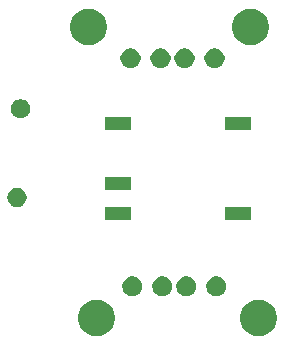
<source format=gbr>
G04 #@! TF.GenerationSoftware,KiCad,Pcbnew,5.1.5+dfsg1-2build2*
G04 #@! TF.CreationDate,2021-01-26T01:31:42+03:00*
G04 #@! TF.ProjectId,usb_ISO,7573625f-4953-44f2-9e6b-696361645f70,rev?*
G04 #@! TF.SameCoordinates,Original*
G04 #@! TF.FileFunction,Soldermask,Bot*
G04 #@! TF.FilePolarity,Negative*
%FSLAX46Y46*%
G04 Gerber Fmt 4.6, Leading zero omitted, Abs format (unit mm)*
G04 Created by KiCad (PCBNEW 5.1.5+dfsg1-2build2) date 2021-01-26 01:31:42*
%MOMM*%
%LPD*%
G04 APERTURE LIST*
%ADD10C,0.100000*%
G04 APERTURE END LIST*
D10*
G36*
X122114497Y-98801863D02*
G01*
X122214372Y-98821729D01*
X122331279Y-98870154D01*
X122496611Y-98938636D01*
X122750621Y-99108360D01*
X122966640Y-99324379D01*
X123136364Y-99578389D01*
X123253271Y-99860629D01*
X123312870Y-100160251D01*
X123312870Y-100465749D01*
X123253271Y-100765371D01*
X123136364Y-101047611D01*
X122966640Y-101301621D01*
X122750621Y-101517640D01*
X122496611Y-101687364D01*
X122331279Y-101755846D01*
X122214372Y-101804271D01*
X122114497Y-101824137D01*
X121914749Y-101863870D01*
X121609251Y-101863870D01*
X121409503Y-101824137D01*
X121309628Y-101804271D01*
X121192721Y-101755846D01*
X121027389Y-101687364D01*
X120773379Y-101517640D01*
X120557360Y-101301621D01*
X120387636Y-101047611D01*
X120270729Y-100765371D01*
X120211130Y-100465749D01*
X120211130Y-100160251D01*
X120270729Y-99860629D01*
X120387636Y-99578389D01*
X120557360Y-99324379D01*
X120773379Y-99108360D01*
X121027389Y-98938636D01*
X121192721Y-98870154D01*
X121309628Y-98821729D01*
X121409503Y-98801863D01*
X121609251Y-98762130D01*
X121914749Y-98762130D01*
X122114497Y-98801863D01*
G37*
G36*
X108398497Y-98801863D02*
G01*
X108498372Y-98821729D01*
X108615279Y-98870154D01*
X108780611Y-98938636D01*
X109034621Y-99108360D01*
X109250640Y-99324379D01*
X109420364Y-99578389D01*
X109537271Y-99860629D01*
X109596870Y-100160251D01*
X109596870Y-100465749D01*
X109537271Y-100765371D01*
X109420364Y-101047611D01*
X109250640Y-101301621D01*
X109034621Y-101517640D01*
X108780611Y-101687364D01*
X108615279Y-101755846D01*
X108498372Y-101804271D01*
X108398497Y-101824137D01*
X108198749Y-101863870D01*
X107893251Y-101863870D01*
X107693503Y-101824137D01*
X107593628Y-101804271D01*
X107476721Y-101755846D01*
X107311389Y-101687364D01*
X107057379Y-101517640D01*
X106841360Y-101301621D01*
X106671636Y-101047611D01*
X106554729Y-100765371D01*
X106495130Y-100465749D01*
X106495130Y-100160251D01*
X106554729Y-99860629D01*
X106671636Y-99578389D01*
X106841360Y-99324379D01*
X107057379Y-99108360D01*
X107311389Y-98938636D01*
X107476721Y-98870154D01*
X107593628Y-98821729D01*
X107693503Y-98801863D01*
X107893251Y-98762130D01*
X108198749Y-98762130D01*
X108398497Y-98801863D01*
G37*
G36*
X118454228Y-96827703D02*
G01*
X118609100Y-96891853D01*
X118748481Y-96984985D01*
X118867015Y-97103519D01*
X118960147Y-97242900D01*
X119024297Y-97397772D01*
X119057000Y-97562184D01*
X119057000Y-97729816D01*
X119024297Y-97894228D01*
X118960147Y-98049100D01*
X118867015Y-98188481D01*
X118748481Y-98307015D01*
X118609100Y-98400147D01*
X118454228Y-98464297D01*
X118289816Y-98497000D01*
X118122184Y-98497000D01*
X117957772Y-98464297D01*
X117802900Y-98400147D01*
X117663519Y-98307015D01*
X117544985Y-98188481D01*
X117451853Y-98049100D01*
X117387703Y-97894228D01*
X117355000Y-97729816D01*
X117355000Y-97562184D01*
X117387703Y-97397772D01*
X117451853Y-97242900D01*
X117544985Y-97103519D01*
X117663519Y-96984985D01*
X117802900Y-96891853D01*
X117957772Y-96827703D01*
X118122184Y-96795000D01*
X118289816Y-96795000D01*
X118454228Y-96827703D01*
G37*
G36*
X115914228Y-96827703D02*
G01*
X116069100Y-96891853D01*
X116208481Y-96984985D01*
X116327015Y-97103519D01*
X116420147Y-97242900D01*
X116484297Y-97397772D01*
X116517000Y-97562184D01*
X116517000Y-97729816D01*
X116484297Y-97894228D01*
X116420147Y-98049100D01*
X116327015Y-98188481D01*
X116208481Y-98307015D01*
X116069100Y-98400147D01*
X115914228Y-98464297D01*
X115749816Y-98497000D01*
X115582184Y-98497000D01*
X115417772Y-98464297D01*
X115262900Y-98400147D01*
X115123519Y-98307015D01*
X115004985Y-98188481D01*
X114911853Y-98049100D01*
X114847703Y-97894228D01*
X114815000Y-97729816D01*
X114815000Y-97562184D01*
X114847703Y-97397772D01*
X114911853Y-97242900D01*
X115004985Y-97103519D01*
X115123519Y-96984985D01*
X115262900Y-96891853D01*
X115417772Y-96827703D01*
X115582184Y-96795000D01*
X115749816Y-96795000D01*
X115914228Y-96827703D01*
G37*
G36*
X113882228Y-96827703D02*
G01*
X114037100Y-96891853D01*
X114176481Y-96984985D01*
X114295015Y-97103519D01*
X114388147Y-97242900D01*
X114452297Y-97397772D01*
X114485000Y-97562184D01*
X114485000Y-97729816D01*
X114452297Y-97894228D01*
X114388147Y-98049100D01*
X114295015Y-98188481D01*
X114176481Y-98307015D01*
X114037100Y-98400147D01*
X113882228Y-98464297D01*
X113717816Y-98497000D01*
X113550184Y-98497000D01*
X113385772Y-98464297D01*
X113230900Y-98400147D01*
X113091519Y-98307015D01*
X112972985Y-98188481D01*
X112879853Y-98049100D01*
X112815703Y-97894228D01*
X112783000Y-97729816D01*
X112783000Y-97562184D01*
X112815703Y-97397772D01*
X112879853Y-97242900D01*
X112972985Y-97103519D01*
X113091519Y-96984985D01*
X113230900Y-96891853D01*
X113385772Y-96827703D01*
X113550184Y-96795000D01*
X113717816Y-96795000D01*
X113882228Y-96827703D01*
G37*
G36*
X111342228Y-96827703D02*
G01*
X111497100Y-96891853D01*
X111636481Y-96984985D01*
X111755015Y-97103519D01*
X111848147Y-97242900D01*
X111912297Y-97397772D01*
X111945000Y-97562184D01*
X111945000Y-97729816D01*
X111912297Y-97894228D01*
X111848147Y-98049100D01*
X111755015Y-98188481D01*
X111636481Y-98307015D01*
X111497100Y-98400147D01*
X111342228Y-98464297D01*
X111177816Y-98497000D01*
X111010184Y-98497000D01*
X110845772Y-98464297D01*
X110690900Y-98400147D01*
X110551519Y-98307015D01*
X110432985Y-98188481D01*
X110339853Y-98049100D01*
X110275703Y-97894228D01*
X110243000Y-97729816D01*
X110243000Y-97562184D01*
X110275703Y-97397772D01*
X110339853Y-97242900D01*
X110432985Y-97103519D01*
X110551519Y-96984985D01*
X110690900Y-96891853D01*
X110845772Y-96827703D01*
X111010184Y-96795000D01*
X111177816Y-96795000D01*
X111342228Y-96827703D01*
G37*
G36*
X121116290Y-91991380D02*
G01*
X118913710Y-91991380D01*
X118913710Y-90888620D01*
X121116290Y-90888620D01*
X121116290Y-91991380D01*
G37*
G36*
X110956290Y-91991380D02*
G01*
X108753710Y-91991380D01*
X108753710Y-90888620D01*
X110956290Y-90888620D01*
X110956290Y-91991380D01*
G37*
G36*
X101560142Y-89328242D02*
G01*
X101708101Y-89389529D01*
X101841255Y-89478499D01*
X101954501Y-89591745D01*
X102043471Y-89724899D01*
X102104758Y-89872858D01*
X102136000Y-90029925D01*
X102136000Y-90190075D01*
X102104758Y-90347142D01*
X102043471Y-90495101D01*
X101954501Y-90628255D01*
X101841255Y-90741501D01*
X101708101Y-90830471D01*
X101560142Y-90891758D01*
X101403075Y-90923000D01*
X101242925Y-90923000D01*
X101085858Y-90891758D01*
X100937899Y-90830471D01*
X100804745Y-90741501D01*
X100691499Y-90628255D01*
X100602529Y-90495101D01*
X100541242Y-90347142D01*
X100510000Y-90190075D01*
X100510000Y-90029925D01*
X100541242Y-89872858D01*
X100602529Y-89724899D01*
X100691499Y-89591745D01*
X100804745Y-89478499D01*
X100937899Y-89389529D01*
X101085858Y-89328242D01*
X101242925Y-89297000D01*
X101403075Y-89297000D01*
X101560142Y-89328242D01*
G37*
G36*
X110956290Y-89451380D02*
G01*
X108753710Y-89451380D01*
X108753710Y-88348620D01*
X110956290Y-88348620D01*
X110956290Y-89451380D01*
G37*
G36*
X110956290Y-84371380D02*
G01*
X108753710Y-84371380D01*
X108753710Y-83268620D01*
X110956290Y-83268620D01*
X110956290Y-84371380D01*
G37*
G36*
X121116290Y-84371380D02*
G01*
X118913710Y-84371380D01*
X118913710Y-83268620D01*
X121116290Y-83268620D01*
X121116290Y-84371380D01*
G37*
G36*
X101860142Y-81828242D02*
G01*
X102008101Y-81889529D01*
X102141255Y-81978499D01*
X102254501Y-82091745D01*
X102343471Y-82224899D01*
X102404758Y-82372858D01*
X102436000Y-82529925D01*
X102436000Y-82690075D01*
X102404758Y-82847142D01*
X102343471Y-82995101D01*
X102254501Y-83128255D01*
X102141255Y-83241501D01*
X102008101Y-83330471D01*
X101860142Y-83391758D01*
X101703075Y-83423000D01*
X101542925Y-83423000D01*
X101385858Y-83391758D01*
X101237899Y-83330471D01*
X101104745Y-83241501D01*
X100991499Y-83128255D01*
X100902529Y-82995101D01*
X100841242Y-82847142D01*
X100810000Y-82690075D01*
X100810000Y-82529925D01*
X100841242Y-82372858D01*
X100902529Y-82224899D01*
X100991499Y-82091745D01*
X101104745Y-81978499D01*
X101237899Y-81889529D01*
X101385858Y-81828242D01*
X101542925Y-81797000D01*
X101703075Y-81797000D01*
X101860142Y-81828242D01*
G37*
G36*
X113722728Y-77523703D02*
G01*
X113877600Y-77587853D01*
X114016981Y-77680985D01*
X114135515Y-77799519D01*
X114228647Y-77938900D01*
X114292797Y-78093772D01*
X114325500Y-78258184D01*
X114325500Y-78425816D01*
X114292797Y-78590228D01*
X114228647Y-78745100D01*
X114135515Y-78884481D01*
X114016981Y-79003015D01*
X113877600Y-79096147D01*
X113722728Y-79160297D01*
X113558316Y-79193000D01*
X113390684Y-79193000D01*
X113226272Y-79160297D01*
X113071400Y-79096147D01*
X112932019Y-79003015D01*
X112813485Y-78884481D01*
X112720353Y-78745100D01*
X112656203Y-78590228D01*
X112623500Y-78425816D01*
X112623500Y-78258184D01*
X112656203Y-78093772D01*
X112720353Y-77938900D01*
X112813485Y-77799519D01*
X112932019Y-77680985D01*
X113071400Y-77587853D01*
X113226272Y-77523703D01*
X113390684Y-77491000D01*
X113558316Y-77491000D01*
X113722728Y-77523703D01*
G37*
G36*
X111182728Y-77523703D02*
G01*
X111337600Y-77587853D01*
X111476981Y-77680985D01*
X111595515Y-77799519D01*
X111688647Y-77938900D01*
X111752797Y-78093772D01*
X111785500Y-78258184D01*
X111785500Y-78425816D01*
X111752797Y-78590228D01*
X111688647Y-78745100D01*
X111595515Y-78884481D01*
X111476981Y-79003015D01*
X111337600Y-79096147D01*
X111182728Y-79160297D01*
X111018316Y-79193000D01*
X110850684Y-79193000D01*
X110686272Y-79160297D01*
X110531400Y-79096147D01*
X110392019Y-79003015D01*
X110273485Y-78884481D01*
X110180353Y-78745100D01*
X110116203Y-78590228D01*
X110083500Y-78425816D01*
X110083500Y-78258184D01*
X110116203Y-78093772D01*
X110180353Y-77938900D01*
X110273485Y-77799519D01*
X110392019Y-77680985D01*
X110531400Y-77587853D01*
X110686272Y-77523703D01*
X110850684Y-77491000D01*
X111018316Y-77491000D01*
X111182728Y-77523703D01*
G37*
G36*
X115754728Y-77523703D02*
G01*
X115909600Y-77587853D01*
X116048981Y-77680985D01*
X116167515Y-77799519D01*
X116260647Y-77938900D01*
X116324797Y-78093772D01*
X116357500Y-78258184D01*
X116357500Y-78425816D01*
X116324797Y-78590228D01*
X116260647Y-78745100D01*
X116167515Y-78884481D01*
X116048981Y-79003015D01*
X115909600Y-79096147D01*
X115754728Y-79160297D01*
X115590316Y-79193000D01*
X115422684Y-79193000D01*
X115258272Y-79160297D01*
X115103400Y-79096147D01*
X114964019Y-79003015D01*
X114845485Y-78884481D01*
X114752353Y-78745100D01*
X114688203Y-78590228D01*
X114655500Y-78425816D01*
X114655500Y-78258184D01*
X114688203Y-78093772D01*
X114752353Y-77938900D01*
X114845485Y-77799519D01*
X114964019Y-77680985D01*
X115103400Y-77587853D01*
X115258272Y-77523703D01*
X115422684Y-77491000D01*
X115590316Y-77491000D01*
X115754728Y-77523703D01*
G37*
G36*
X118294728Y-77523703D02*
G01*
X118449600Y-77587853D01*
X118588981Y-77680985D01*
X118707515Y-77799519D01*
X118800647Y-77938900D01*
X118864797Y-78093772D01*
X118897500Y-78258184D01*
X118897500Y-78425816D01*
X118864797Y-78590228D01*
X118800647Y-78745100D01*
X118707515Y-78884481D01*
X118588981Y-79003015D01*
X118449600Y-79096147D01*
X118294728Y-79160297D01*
X118130316Y-79193000D01*
X117962684Y-79193000D01*
X117798272Y-79160297D01*
X117643400Y-79096147D01*
X117504019Y-79003015D01*
X117385485Y-78884481D01*
X117292353Y-78745100D01*
X117228203Y-78590228D01*
X117195500Y-78425816D01*
X117195500Y-78258184D01*
X117228203Y-78093772D01*
X117292353Y-77938900D01*
X117385485Y-77799519D01*
X117504019Y-77680985D01*
X117643400Y-77587853D01*
X117798272Y-77523703D01*
X117962684Y-77491000D01*
X118130316Y-77491000D01*
X118294728Y-77523703D01*
G37*
G36*
X121446997Y-74163863D02*
G01*
X121546872Y-74183729D01*
X121663779Y-74232154D01*
X121829111Y-74300636D01*
X122083121Y-74470360D01*
X122299140Y-74686379D01*
X122468864Y-74940389D01*
X122585771Y-75222629D01*
X122645370Y-75522251D01*
X122645370Y-75827749D01*
X122585771Y-76127371D01*
X122468864Y-76409611D01*
X122299140Y-76663621D01*
X122083121Y-76879640D01*
X121829111Y-77049364D01*
X121663779Y-77117846D01*
X121546872Y-77166271D01*
X121446997Y-77186137D01*
X121247249Y-77225870D01*
X120941751Y-77225870D01*
X120742003Y-77186137D01*
X120642128Y-77166271D01*
X120525221Y-77117846D01*
X120359889Y-77049364D01*
X120105879Y-76879640D01*
X119889860Y-76663621D01*
X119720136Y-76409611D01*
X119603229Y-76127371D01*
X119543630Y-75827749D01*
X119543630Y-75522251D01*
X119603229Y-75222629D01*
X119720136Y-74940389D01*
X119889860Y-74686379D01*
X120105879Y-74470360D01*
X120359889Y-74300636D01*
X120525221Y-74232154D01*
X120642128Y-74183729D01*
X120742003Y-74163863D01*
X120941751Y-74124130D01*
X121247249Y-74124130D01*
X121446997Y-74163863D01*
G37*
G36*
X107730997Y-74163863D02*
G01*
X107830872Y-74183729D01*
X107947779Y-74232154D01*
X108113111Y-74300636D01*
X108367121Y-74470360D01*
X108583140Y-74686379D01*
X108752864Y-74940389D01*
X108869771Y-75222629D01*
X108929370Y-75522251D01*
X108929370Y-75827749D01*
X108869771Y-76127371D01*
X108752864Y-76409611D01*
X108583140Y-76663621D01*
X108367121Y-76879640D01*
X108113111Y-77049364D01*
X107947779Y-77117846D01*
X107830872Y-77166271D01*
X107730997Y-77186137D01*
X107531249Y-77225870D01*
X107225751Y-77225870D01*
X107026003Y-77186137D01*
X106926128Y-77166271D01*
X106809221Y-77117846D01*
X106643889Y-77049364D01*
X106389879Y-76879640D01*
X106173860Y-76663621D01*
X106004136Y-76409611D01*
X105887229Y-76127371D01*
X105827630Y-75827749D01*
X105827630Y-75522251D01*
X105887229Y-75222629D01*
X106004136Y-74940389D01*
X106173860Y-74686379D01*
X106389879Y-74470360D01*
X106643889Y-74300636D01*
X106809221Y-74232154D01*
X106926128Y-74183729D01*
X107026003Y-74163863D01*
X107225751Y-74124130D01*
X107531249Y-74124130D01*
X107730997Y-74163863D01*
G37*
M02*

</source>
